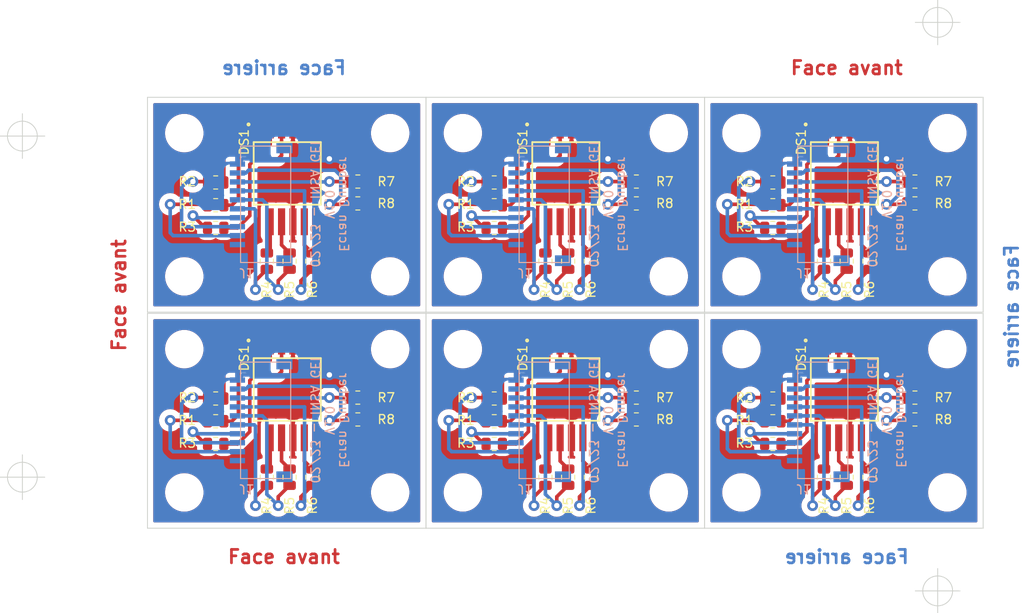
<source format=kicad_pcb>
(kicad_pcb (version 20211014) (generator pcbnew)
  (title_block (title "Ecran pour Dumber") (date "2023-02-17") (rev "V1.0") (company "INSA GEI"))
  (layers (0 "F.Cu" signal) (31 "B.Cu" signal) (34 "B.Paste" user) (35 "F.Paste" user) (36 "B.SilkS" user "B.Silkscreen") (37 "F.SilkS" user "F.Silkscreen") (38 "B.Mask" user) (39 "F.Mask" user) (44 "Edge.Cuts" user))
  (net 0 "")
  (net 1 "Net-(DS1-Pad1)")
  (net 2 "Net-(DS1-Pad2)")
  (net 3 "GND")
  (net 4 "Net-(DS1-Pad3)")
  (net 5 "Net-(DS1-Pad5)")
  (net 6 "Net-(DS1-Pad6)")
  (net 7 "Net-(DS1-Pad8)")
  (net 8 "Net-(DS1-Pad10)")
  (net 9 "Net-(DS1-Pad11)")
  (net 12 "Net-(J1-Pad2)")
  (net 13 "Net-(J1-Pad3)")
  (net 14 "Net-(J1-Pad4)")
  (net 15 "Net-(J1-Pad5)")
  (net 16 "Net-(J1-Pad6)")
  (net 17 "Net-(J1-Pad7)")
  (net 18 "Net-(J1-Pad8)")
  (net 19 "Net-(J1-Pad9)")
  (footprint "Resistor_SMD:R_0805_2012Metric" (layer "F.Cu") (at 114.3 107.95 90)
    (fp_text reference "R6")
    (fp_text value "1K")
  )
  (footprint "MountingHole:MountingHole_3mm" (layer "F.Cu") (at 100 109.65)
    (fp_text reference "H4" hide)
    (fp_text value "MountingHole" hide)
  )
  (footprint "MountingHole:MountingHole_3mm" (layer "F.Cu") (at 154.115 85.52)
    (fp_text reference "H3" hide)
    (fp_text value "MountingHole" hide)
  )
  (footprint "INSA:LED_HDSM-283F" (layer "F.Cu") (at 142.615 74.02)
    (fp_text reference "DS1")
    (fp_text value "HDSM-283F" hide)
  )
  (footprint "MountingHole:MountingHole_3mm" (layer "F.Cu") (at 123 85.52)
    (fp_text reference "H3" hide)
    (fp_text value "MountingHole" hide)
  )
  (footprint "Resistor_SMD:R_0805_2012Metric" (layer "F.Cu") (at 173.99 107.95 90)
    (fp_text reference "R5")
    (fp_text value "1K")
  )
  (footprint "Resistor_SMD:R_0805_2012Metric" (layer "F.Cu") (at 134.62 101.7)
    (fp_text reference "R1")
    (fp_text value "1K")
  )
  (footprint "Resistor_SMD:R_0805_2012Metric" (layer "F.Cu") (at 134.62 77.57)
    (fp_text reference "R1")
    (fp_text value "1K")
  )
  (footprint "INSA:LED_HDSM-283F" (layer "F.Cu") (at 173.73 98.15)
    (fp_text reference "DS1")
    (fp_text value "HDSM-283F" hide)
  )
  (footprint "MountingHole:MountingHole_3mm" (layer "F.Cu") (at 154.115 93.65)
    (fp_text reference "H2" hide)
    (fp_text value "MountingHole" hide)
  )
  (footprint "Resistor_SMD:R_0805_2012Metric" (layer "F.Cu") (at 150.495 99.06)
    (fp_text reference "R7")
    (fp_text value "1K")
  )
  (footprint "Resistor_SMD:R_0805_2012Metric" (layer "F.Cu") (at 150.495 74.93)
    (fp_text reference "R7")
    (fp_text value "1K")
  )
  (footprint "MountingHole:MountingHole_3mm" (layer "F.Cu") (at 185.23 85.52)
    (fp_text reference "H3" hide)
    (fp_text value "MountingHole" hide)
  )
  (footprint "Resistor_SMD:R_0805_2012Metric" (layer "F.Cu") (at 142.875 107.95 90)
    (fp_text reference "R5")
    (fp_text value "1K")
  )
  (footprint "Resistor_SMD:R_0805_2012Metric" (layer "F.Cu") (at 109.22 107.95 90)
    (fp_text reference "R4")
    (fp_text value "1K")
  )
  (footprint "Resistor_SMD:R_0805_2012Metric" (layer "F.Cu") (at 165.735 75.03)
    (fp_text reference "R2")
    (fp_text value "1K")
  )
  (footprint "Resistor_SMD:R_0805_2012Metric" (layer "F.Cu") (at 142.875 83.82 90)
    (fp_text reference "R5")
    (fp_text value "1K")
  )
  (footprint "Resistor_SMD:R_0805_2012Metric" (layer "F.Cu") (at 145.415 107.95 90)
    (fp_text reference "R6")
    (fp_text value "1K")
  )
  (footprint "MountingHole:MountingHole_3mm" (layer "F.Cu") (at 131.115 85.52)
    (fp_text reference "H4" hide)
    (fp_text value "MountingHole" hide)
  )
  (footprint "Resistor_SMD:R_0805_2012Metric" (layer "F.Cu") (at 134.62 75.03)
    (fp_text reference "R2")
    (fp_text value "1K")
  )
  (footprint "Resistor_SMD:R_0805_2012Metric" (layer "F.Cu") (at 109.22 83.82 90)
    (fp_text reference "R4")
    (fp_text value "1K")
  )
  (footprint "INSA:LED_HDSM-283F" (layer "F.Cu") (at 111.5 74.02)
    (fp_text reference "DS1")
    (fp_text value "HDSM-283F" hide)
  )
  (footprint "MountingHole:MountingHole_3mm" (layer "F.Cu") (at 185.23 93.65)
    (fp_text reference "H2" hide)
    (fp_text value "MountingHole" hide)
  )
  (footprint "Resistor_SMD:R_0805_2012Metric" (layer "F.Cu") (at 181.61 74.93)
    (fp_text reference "R7")
    (fp_text value "1K")
  )
  (footprint "Resistor_SMD:R_0805_2012Metric" (layer "F.Cu") (at 181.61 99.06)
    (fp_text reference "R7")
    (fp_text value "1K")
  )
  (footprint "MountingHole:MountingHole_3mm" (layer "F.Cu") (at 100 93.65)
    (fp_text reference "H1" hide)
    (fp_text value "MountingHole" hide)
  )
  (footprint "Resistor_SMD:R_0805_2012Metric" (layer "F.Cu") (at 165.735 104.24)
    (fp_text reference "R3")
    (fp_text value "1K")
  )
  (footprint "MountingHole:MountingHole_3mm" (layer "F.Cu") (at 185.23 109.65)
    (fp_text reference "H3" hide)
    (fp_text value "MountingHole" hide)
  )
  (footprint "Resistor_SMD:R_0805_2012Metric" (layer "F.Cu") (at 119.38 77.37)
    (fp_text reference "R8")
    (fp_text value "1K")
  )
  (footprint "MountingHole:MountingHole_3mm" (layer "F.Cu") (at 100 69.52)
    (fp_text reference "H1" hide)
    (fp_text value "MountingHole" hide)
  )
  (footprint "Resistor_SMD:R_0805_2012Metric" (layer "F.Cu") (at 150.495 77.37)
    (fp_text reference "R8")
    (fp_text value "1K")
  )
  (footprint "MountingHole:MountingHole_3mm" (layer "F.Cu") (at 123 109.65)
    (fp_text reference "H3" hide)
    (fp_text value "MountingHole" hide)
  )
  (footprint "Resistor_SMD:R_0805_2012Metric" (layer "F.Cu") (at 171.45 83.82 90)
    (fp_text reference "R4")
    (fp_text value "1K")
  )
  (footprint "Resistor_SMD:R_0805_2012Metric" (layer "F.Cu") (at 181.61 101.5)
    (fp_text reference "R8")
    (fp_text value "1K")
  )
  (footprint "MountingHole:MountingHole_3mm" (layer "F.Cu") (at 123 69.52)
    (fp_text reference "H2" hide)
    (fp_text value "MountingHole" hide)
  )
  (footprint "Resistor_SMD:R_0805_2012Metric" (layer "F.Cu") (at 145.415 83.82 90)
    (fp_text reference "R6")
    (fp_text value "1K")
  )
  (footprint "Resistor_SMD:R_0805_2012Metric" (layer "F.Cu") (at 111.76 83.82 90)
    (fp_text reference "R5")
    (fp_text value "1K")
  )
  (footprint "INSA:LED_HDSM-283F" (layer "F.Cu") (at 111.5 98.15)
    (fp_text reference "DS1")
    (fp_text value "HDSM-283F" hide)
  )
  (footprint "Resistor_SMD:R_0805_2012Metric" (layer "F.Cu") (at 103.505 104.24)
    (fp_text reference "R3")
    (fp_text value "1K")
  )
  (footprint "MountingHole:MountingHole_3mm" (layer "F.Cu") (at 154.115 109.65)
    (fp_text reference "H3" hide)
    (fp_text value "MountingHole" hide)
  )
  (footprint "Resistor_SMD:R_0805_2012Metric" (layer "F.Cu") (at 140.335 107.95 90)
    (fp_text reference "R4")
    (fp_text value "1K")
  )
  (footprint "Resistor_SMD:R_0805_2012Metric" (layer "F.Cu") (at 119.38 74.93)
    (fp_text reference "R7")
    (fp_text value "1K")
  )
  (footprint "Resistor_SMD:R_0805_2012Metric" (layer "F.Cu") (at 176.53 107.95 90)
    (fp_text reference "R6")
    (fp_text value "1K")
  )
  (footprint "MountingHole:MountingHole_3mm" (layer "F.Cu") (at 162.23 109.65)
    (fp_text reference "H4" hide)
    (fp_text value "MountingHole" hide)
  )
  (footprint "MountingHole:MountingHole_3mm" (layer "F.Cu") (at 131.115 93.65)
    (fp_text reference "H1" hide)
    (fp_text value "MountingHole" hide)
  )
  (footprint "Resistor_SMD:R_0805_2012Metric" (layer "F.Cu") (at 103.505 77.57)
    (fp_text reference "R1")
    (fp_text value "1K")
  )
  (footprint "MountingHole:MountingHole_3mm" (layer "F.Cu") (at 154.115 69.52)
    (fp_text reference "H2" hide)
    (fp_text value "MountingHole" hide)
  )
  (footprint "MountingHole:MountingHole_3mm" (layer "F.Cu") (at 100 85.52)
    (fp_text reference "H4" hide)
    (fp_text value "MountingHole" hide)
  )
  (footprint "MountingHole:MountingHole_3mm" (layer "F.Cu") (at 131.115 69.52)
    (fp_text reference "H1" hide)
    (fp_text value "MountingHole" hide)
  )
  (footprint "Resistor_SMD:R_0805_2012Metric" (layer "F.Cu") (at 181.61 77.37)
    (fp_text reference "R8")
    (fp_text value "1K")
  )
  (footprint "Resistor_SMD:R_0805_2012Metric" (layer "F.Cu") (at 165.735 80.11)
    (fp_text reference "R3")
    (fp_text value "1K")
  )
  (footprint "INSA:LED_HDSM-283F" (layer "F.Cu") (at 173.73 74.02)
    (fp_text reference "DS1")
    (fp_text value "HDSM-283F" hide)
  )
  (footprint "Resistor_SMD:R_0805_2012Metric" (layer "F.Cu") (at 176.53 83.82 90)
    (fp_text reference "R6")
    (fp_text value "1K")
  )
  (footprint "Resistor_SMD:R_0805_2012Metric" (layer "F.Cu") (at 134.62 80.11)
    (fp_text reference "R3")
    (fp_text value "1K")
  )
  (footprint "INSA:LED_HDSM-283F" (layer "F.Cu") (at 142.615 98.15)
    (fp_text reference "DS1")
    (fp_text value "HDSM-283F" hide)
  )
  (footprint "Resistor_SMD:R_0805_2012Metric" (layer "F.Cu") (at 111.76 107.95 90)
    (fp_text reference "R5")
    (fp_text value "1K")
  )
  (footprint "Resistor_SMD:R_0805_2012Metric" (layer "F.Cu") (at 134.62 104.24)
    (fp_text reference "R3")
    (fp_text value "1K")
  )
  (footprint "Resistor_SMD:R_0805_2012Metric" (layer "F.Cu") (at 119.38 101.5)
    (fp_text reference "R8")
    (fp_text value "1K")
  )
  (footprint "Resistor_SMD:R_0805_2012Metric" (layer "F.Cu") (at 119.38 99.06)
    (fp_text reference "R7")
    (fp_text value "1K")
  )
  (footprint "Resistor_SMD:R_0805_2012Metric" (layer "F.Cu") (at 173.99 83.82 90)
    (fp_text reference "R5")
    (fp_text value "1K")
  )
  (footprint "MountingHole:MountingHole_3mm" (layer "F.Cu") (at 131.115 109.65)
    (fp_text reference "H4" hide)
    (fp_text value "MountingHole" hide)
  )
  (footprint "Resistor_SMD:R_0805_2012Metric" (layer "F.Cu") (at 150.495 101.5)
    (fp_text reference "R8")
    (fp_text value "1K")
  )
  (footprint "Resistor_SMD:R_0805_2012Metric" (layer "F.Cu") (at 103.505 99.16)
    (fp_text reference "R2")
    (fp_text value "1K")
  )
  (footprint "Resistor_SMD:R_0805_2012Metric" (layer "F.Cu") (at 165.735 101.7)
    (fp_text reference "R1")
    (fp_text value "1K")
  )
  (footprint "Resistor_SMD:R_0805_2012Metric" (layer "F.Cu") (at 165.735 99.16)
    (fp_text reference "R2")
    (fp_text value "1K")
  )
  (footprint "MountingHole:MountingHole_3mm" (layer "F.Cu") (at 162.23 85.52)
    (fp_text reference "H4" hide)
    (fp_text value "MountingHole" hide)
  )
  (footprint "Resistor_SMD:R_0805_2012Metric" (layer "F.Cu") (at 103.505 75.03)
    (fp_text reference "R2")
    (fp_text value "1K")
  )
  (footprint "Resistor_SMD:R_0805_2012Metric" (layer "F.Cu") (at 165.735 77.57)
    (fp_text reference "R1")
    (fp_text value "1K")
  )
  (footprint "Resistor_SMD:R_0805_2012Metric" (layer "F.Cu") (at 140.335 83.82 90)
    (fp_text reference "R4")
    (fp_text value "1K")
  )
  (footprint "MountingHole:MountingHole_3mm" (layer "F.Cu") (at 185.23 69.52)
    (fp_text reference "H2" hide)
    (fp_text value "MountingHole" hide)
  )
  (footprint "Resistor_SMD:R_0805_2012Metric" (layer "F.Cu") (at 134.62 99.16)
    (fp_text reference "R2")
    (fp_text value "1K")
  )
  (footprint "Resistor_SMD:R_0805_2012Metric" (layer "F.Cu") (at 114.3 83.82 90)
    (fp_text reference "R6")
    (fp_text value "1K")
  )
  (footprint "Resistor_SMD:R_0805_2012Metric" (layer "F.Cu") (at 171.45 107.95 90)
    (fp_text reference "R4")
    (fp_text value "1K")
  )
  (footprint "MountingHole:MountingHole_3mm" (layer "F.Cu") (at 162.23 69.52)
    (fp_text reference "H1" hide)
    (fp_text value "MountingHole" hide)
  )
  (footprint "MountingHole:MountingHole_3mm" (layer "F.Cu") (at 162.23 93.65)
    (fp_text reference "H1" hide)
    (fp_text value "MountingHole" hide)
  )
  (footprint "Resistor_SMD:R_0805_2012Metric" (layer "F.Cu") (at 103.505 80.11)
    (fp_text reference "R3")
    (fp_text value "1K")
  )
  (footprint "MountingHole:MountingHole_3mm" (layer "F.Cu") (at 123 93.65)
    (fp_text reference "H2" hide)
    (fp_text value "MountingHole" hide)
  )
  (footprint "Resistor_SMD:R_0805_2012Metric" (layer "F.Cu") (at 103.505 101.7)
    (fp_text reference "R1")
    (fp_text value "1K")
  )
  (footprint "INSA:TE 1-84981-0" (layer "B.Cu") (at 137.4 77.47 -90)
    (fp_text reference "J1")
    (fp_text value "TE 1-84981-0" hide)
  )
  (footprint "INSA:TE 1-84981-0" (layer "B.Cu") (at 168.515 101.6 -90)
    (fp_text reference "J1")
    (fp_text value "TE 1-84981-0" hide)
  )
  (footprint "INSA:TE 1-84981-0" (layer "B.Cu") (at 168.515 77.47 -90)
    (fp_text reference "J1")
    (fp_text value "TE 1-84981-0" hide)
  )
  (footprint "INSA:TE 1-84981-0" (layer "B.Cu") (at 106.285 77.47 -90)
    (fp_text reference "J1")
    (fp_text value "TE 1-84981-0" hide)
  )
  (footprint "INSA:TE 1-84981-0" (layer "B.Cu") (at 106.285 101.6 -90)
    (fp_text reference "J1")
    (fp_text value "TE 1-84981-0" hide)
  )
  (footprint "INSA:TE 1-84981-0" (layer "B.Cu") (at 137.4 101.6 -90)
    (fp_text reference "J1")
    (fp_text value "TE 1-84981-0" hide)
  )
  (gr_line (start 158.115 113.65) (end 158.115 89.65) (layer "Edge.Cuts") (width 0.1))
  (gr_line (start 189.23 89.52) (end 158.115 89.52) (layer "Edge.Cuts") (width 0.1))
  (gr_line (start 189.23 113.65) (end 158.115 113.65) (layer "Edge.Cuts") (width 0.1))
  (gr_line (start 127 113.65) (end 127 89.65) (layer "Edge.Cuts") (width 0.1))
  (gr_line (start 189.23 89.65) (end 189.23 113.65) (layer "Edge.Cuts") (width 0.1))
  (gr_line (start 158.115 65.52) (end 158.115 89.52) (layer "Edge.Cuts") (width 0.1))
  (gr_line (start 158.115 89.52) (end 158.115 65.52) (layer "Edge.Cuts") (width 0.1))
  (gr_line (start 95.885 113.65) (end 95.885 89.65) (layer "Edge.Cuts") (width 0.1))
  (gr_line (start 158.115 89.65) (end 158.115 113.65) (layer "Edge.Cuts") (width 0.1))
  (gr_line (start 127 65.52) (end 158.115 65.52) (layer "Edge.Cuts") (width 0.1))
  (gr_line (start 189.23 65.52) (end 189.23 89.52) (layer "Edge.Cuts") (width 0.1))
  (gr_line (start 127 89.65) (end 158.115 89.65) (layer "Edge.Cuts") (width 0.1))
  (gr_line (start 127 89.65) (end 127 113.65) (layer "Edge.Cuts") (width 0.1))
  (gr_line (start 158.115 89.52) (end 127 89.52) (layer "Edge.Cuts") (width 0.1))
  (gr_line (start 127 89.52) (end 127 65.52) (layer "Edge.Cuts") (width 0.1))
  (gr_line (start 158.115 89.65) (end 189.23 89.65) (layer "Edge.Cuts") (width 0.1))
  (gr_line (start 95.885 65.52) (end 127 65.52) (layer "Edge.Cuts") (width 0.1))
  (gr_line (start 95.885 89.52) (end 95.885 65.52) (layer "Edge.Cuts") (width 0.1))
  (gr_line (start 158.115 65.52) (end 189.23 65.52) (layer "Edge.Cuts") (width 0.1))
  (gr_line (start 127 89.52) (end 95.885 89.52) (layer "Edge.Cuts") (width 0.1))
  (gr_line (start 127 113.65) (end 95.885 113.65) (layer "Edge.Cuts") (width 0.1))
  (gr_line (start 127 65.52) (end 127 89.52) (layer "Edge.Cuts") (width 0.1))
  (gr_line (start 95.885 89.65) (end 127 89.65) (layer "Edge.Cuts") (width 0.1))
  (gr_line (start 158.115 113.65) (end 127 113.65) (layer "Edge.Cuts") (width 0.1))
  (gr_text "Face avant" (at 111.125 116.84) (layer "F.Cu") (effects (font (size 1.5 1.5) (thickness 0.3))))
  (gr_text "Face avant" (at 92.71 87.63 90) (layer "F.Cu") (effects (font (size 1.5 1.5) (thickness 0.3))))
  (gr_text "Face avant" (at 173.99 62.23) (layer "F.Cu") (effects (font (size 1.5 1.5) (thickness 0.3))))
  (gr_text "Face arriere" (at 192.405 88.9 90) (layer "B.Cu") (effects (font (size 1.5 1.5) (thickness 0.3)) (justify mirror)))
  (gr_text "Face arriere" (at 111.125 62.23) (layer "B.Cu") (effects (font (size 1.5 1.5) (thickness 0.3)) (justify mirror)))
  (gr_text "Face arriere" (at 173.99 116.84) (layer "B.Cu") (effects (font (size 1.5 1.5) (thickness 0.3)) (justify mirror)))
  (gr_text "Ecran Dumber\nV1.0\n02/23 - INSA GEI" (at 147.32 101.6 270) (layer "B.SilkS") (effects (font (size 1 1)) (justify mirror)))
  (gr_text "Ecran Dumber\nV1.0\n02/23 - INSA GEI" (at 116.205 101.6 270) (layer "B.SilkS") (effects (font (size 1 1)) (justify mirror)))
  (gr_text "Ecran Dumber\nV1.0\n02/23 - INSA GEI" (at 116.205 77.47 270) (layer "B.SilkS") (effects (font (size 1 1)) (justify mirror)))
  (gr_text "Ecran Dumber\nV1.0\n02/23 - INSA GEI" (at 147.32 77.47 270) (layer "B.SilkS") (effects (font (size 1 1)) (justify mirror)))
  (gr_text "Ecran Dumber\nV1.0\n02/23 - INSA GEI" (at 178.435 77.47 270) (layer "B.SilkS") (effects (font (size 1 1)) (justify mirror)))
  (gr_text "Ecran Dumber\nV1.0\n02/23 - INSA GEI" (at 178.435 101.6 270) (layer "B.SilkS") (effects (font (size 1 1)) (justify mirror)))
  (target plus (at 81.915 107.95) (size 5) (width 0.1) (layer "Edge.Cuts"))
  (target plus (at 184.15 120.65) (size 5) (width 0.1) (layer "Edge.Cuts"))
  (target plus (at 184.15 57.15) (size 5) (width 0.1) (layer "Edge.Cuts"))
  (target plus (at 81.915 69.85) (size 5) (width 0.1) (layer "Edge.Cuts"))
  (segment (start 135.5325 99.16) (end 135.5325 94.3375) (width 0.4) (layer "F.Cu") (net 1))
  (segment (start 135.5325 94.3375) (end 137.12 92.75) (width 0.4) (layer "F.Cu") (net 1))
  (segment (start 166.6475 75.03) (end 166.6475 70.2075) (width 0.4) (layer "F.Cu") (net 1))
  (segment (start 104.4175 94.3375) (end 106.005 92.75) (width 0.4) (layer "F.Cu") (net 1))
  (segment (start 166.6475 94.3375) (end 168.235 92.75) (width 0.4) (layer "F.Cu") (net 1))
  (segment (start 137.12 92.75) (end 139.44 92.75) (width 0.4) (layer "F.Cu") (net 1))
  (segment (start 135.5325 70.2075) (end 137.12 68.62) (width 0.4) (layer "F.Cu") (net 1))
  (segment (start 166.6475 70.2075) (end 168.235 68.62) (width 0.4) (layer "F.Cu") (net 1))
  (segment (start 137.12 68.62) (end 139.44 68.62) (width 0.4) (layer "F.Cu") (net 1))
  (segment (start 106.005 92.75) (end 108.325 92.75) (width 0.4) (layer "F.Cu") (net 1))
  (segment (start 135.5325 75.03) (end 135.5325 70.2075) (width 0.4) (layer "F.Cu") (net 1))
  (segment (start 104.4175 99.16) (end 104.4175 94.3375) (width 0.4) (layer "F.Cu") (net 1))
  (segment (start 104.4175 70.2075) (end 106.005 68.62) (width 0.4) (layer "F.Cu") (net 1))
  (segment (start 168.235 92.75) (end 170.555 92.75) (width 0.4) (layer "F.Cu") (net 1))
  (segment (start 168.235 68.62) (end 170.555 68.62) (width 0.4) (layer "F.Cu") (net 1))
  (segment (start 166.6475 99.16) (end 166.6475 94.3375) (width 0.4) (layer "F.Cu") (net 1))
  (segment (start 104.4175 75.03) (end 104.4175 70.2075) (width 0.4) (layer "F.Cu") (net 1))
  (segment (start 106.005 68.62) (end 108.325 68.62) (width 0.4) (layer "F.Cu") (net 1))
  (segment (start 167.54 101.7) (end 168.275 100.965) (width 0.4) (layer "F.Cu") (net 2))
  (segment (start 137.795 71.12) (end 140.335 71.12) (width 0.4) (layer "F.Cu") (net 2))
  (segment (start 140.335 71.12) (end 140.71 70.745) (width 0.4) (layer "F.Cu") (net 2))
  (segment (start 106.68 95.25) (end 109.22 95.25) (width 0.4) (layer "F.Cu") (net 2))
  (segment (start 166.6475 101.7) (end 167.54 101.7) (width 0.4) (layer "F.Cu") (net 2))
  (segment (start 168.275 76.835) (end 168.275 71.755) (width 0.4) (layer "F.Cu") (net 2))
  (segment (start 109.595 70.745) (end 109.595 68.62) (width 0.4) (layer "F.Cu") (net 2))
  (segment (start 137.16 76.835) (end 137.16 71.755) (width 0.4) (layer "F.Cu") (net 2))
  (segment (start 137.16 95.885) (end 137.795 95.25) (width 0.4) (layer "F.Cu") (net 2))
  (segment (start 109.22 71.12) (end 109.595 70.745) (width 0.4) (layer "F.Cu") (net 2))
  (segment (start 171.825 70.745) (end 171.825 68.62) (width 0.4) (layer "F.Cu") (net 2))
  (segment (start 105.31 101.7) (end 106.045 100.965) (width 0.4) (layer "F.Cu") (net 2))
  (segment (start 168.91 95.25) (end 171.45 95.25) (width 0.4) (layer "F.Cu") (net 2))
  (segment (start 135.5325 101.7) (end 136.425 101.7) (width 0.4) (layer "F.Cu") (net 2))
  (segment (start 171.825 94.875) (end 171.825 92.75) (width 0.4) (layer "F.Cu") (net 2))
  (segment (start 140.71 70.745) (end 140.71 68.62) (width 0.4) (layer "F.Cu") (net 2))
  (segment (start 168.275 100.965) (end 168.275 95.885) (width 0.4) (layer "F.Cu") (net 2))
  (segment (start 104.4175 101.7) (end 105.31 101.7) (width 0.4) (layer "F.Cu") (net 2))
  (segment (start 137.16 71.755) (end 137.795 71.12) (width 0.4) (layer "F.Cu") (net 2))
  (segment (start 140.335 95.25) (end 140.71 94.875) (width 0.4) (layer "F.Cu") (net 2))
  (segment (start 168.275 71.755) (end 168.91 71.12) (width 0.4) (layer "F.Cu") (net 2))
  (segment (start 136.425 101.7) (end 137.16 100.965) (width 0.4) (layer "F.Cu") (net 2))
  (segment (start 168.91 71.12) (end 171.45 71.12) (width 0.4) (layer "F.Cu") (net 2))
  (segment (start 109.22 95.25) (end 109.595 94.875) (width 0.4) (layer "F.Cu") (net 2))
  (segment (start 166.6475 77.57) (end 167.54 77.57) (width 0.4) (layer "F.Cu") (net 2))
  (segment (start 168.275 95.885) (end 168.91 95.25) (width 0.4) (layer "F.Cu") (net 2))
  (segment (start 137.795 95.25) (end 140.335 95.25) (width 0.4) (layer "F.Cu") (net 2))
  (segment (start 109.595 94.875) (end 109.595 92.75) (width 0.4) (layer "F.Cu") (net 2))
  (segment (start 136.425 77.57) (end 137.16 76.835) (width 0.4) (layer "F.Cu") (net 2))
  (segment (start 140.71 94.875) (end 140.71 92.75) (width 0.4) (layer "F.Cu") (net 2))
  (segment (start 106.045 71.755) (end 106.68 71.12) (width 0.4) (layer "F.Cu") (net 2))
  (segment (start 167.54 77.57) (end 168.275 76.835) (width 0.4) (layer "F.Cu") (net 2))
  (segment (start 137.16 100.965) (end 137.16 95.885) (width 0.4) (layer "F.Cu") (net 2))
  (segment (start 171.45 95.25) (end 171.825 94.875) (width 0.4) (layer "F.Cu") (net 2))
  (segment (start 105.31 77.57) (end 106.045 76.835) (width 0.4) (layer "F.Cu") (net 2))
  (segment (start 104.4175 77.57) (end 105.31 77.57) (width 0.4) (layer "F.Cu") (net 2))
  (segment (start 135.5325 77.57) (end 136.425 77.57) (width 0.4) (layer "F.Cu") (net 2))
  (segment (start 171.45 71.12) (end 171.825 70.745) (width 0.4) (layer "F.Cu") (net 2))
  (segment (start 106.045 100.965) (end 106.045 95.885) (width 0.4) (layer "F.Cu") (net 2))
  (segment (start 106.045 95.885) (end 106.68 95.25) (width 0.4) (layer "F.Cu") (net 2))
  (segment (start 106.68 71.12) (end 109.22 71.12) (width 0.4) (layer "F.Cu") (net 2))
  (segment (start 106.045 76.835) (end 106.045 71.755) (width 0.4) (layer "F.Cu") (net 2))
  (segment (start 174.365 92.75) (end 174.365 96.78) (width 0.4) (layer "F.Cu") (net 3))
  (segment (start 143.51 72.39) (end 143.25 72.65) (width 0.4) (layer "F.Cu") (net 3))
  (segment (start 143.25 96.78) (end 143.25 103.55) (width 0.4) (layer "F.Cu") (net 3))
  (segment (start 143.51 96.52) (end 143.25 96.78) (width 0.4) (layer "F.Cu") (net 3))
  (segment (start 178.435 72.39) (end 174.625 72.39) (width 0.4) (layer "F.Cu") (net 3))
  (segment (start 116.205 72.39) (end 112.395 72.39) (width 0.4) (layer "F.Cu") (net 3))
  (segment (start 143.25 72.65) (end 143.25 79.42) (width 0.4) (layer "F.Cu") (net 3))
  (segment (start 174.625 96.52) (end 174.365 96.78) (width 0.4) (layer "F.Cu") (net 3))
  (segment (start 112.135 96.78) (end 112.135 103.55) (width 0.4) (layer "F.Cu") (net 3))
  (segment (start 112.395 72.39) (end 112.135 72.65) (width 0.4) (layer "F.Cu") (net 3))
  (segment (start 147.32 96.52) (end 143.51 96.52) (width 0.4) (layer "F.Cu") (net 3))
  (segment (start 112.135 92.75) (end 112.135 96.78) (width 0.4) (layer "F.Cu") (net 3))
  (segment (start 116.205 96.52) (end 112.395 96.52) (width 0.4) (layer "F.Cu") (net 3))
  (segment (start 143.25 68.62) (end 143.25 72.65) (width 0.4) (layer "F.Cu") (net 3))
  (segment (start 147.32 72.39) (end 143.51 72.39) (width 0.4) (layer "F.Cu") (net 3))
  (segment (start 174.365 68.62) (end 174.365 72.65) (width 0.4) (layer "F.Cu") (net 3))
  (segment (start 174.365 72.65) (end 174.365 79.42) (width 0.4) (layer "F.Cu") (net 3))
  (segment (start 143.25 92.75) (end 143.25 96.78) (width 0.4) (layer "F.Cu") (net 3))
  (segment (start 174.365 96.78) (end 174.365 103.55) (width 0.4) (layer "F.Cu") (net 3))
  (segment (start 112.135 72.65) (end 112.135 79.42) (width 0.4) (layer "F.Cu") (net 3))
  (segment (start 112.135 68.62) (end 112.135 72.65) (width 0.4) (layer "F.Cu") (net 3))
  (segment (start 112.395 96.52) (end 112.135 96.78) (width 0.4) (layer "F.Cu") (net 3))
  (segment (start 174.625 72.39) (end 174.365 72.65) (width 0.4) (layer "F.Cu") (net 3))
  (segment (start 178.435 96.52) (end 174.625 96.52) (width 0.4) (layer "F.Cu") (net 3))
  (via (at 178.435 72.39) (size 1.2) (drill 0.6) (layers "F.Cu" "B.Cu") (net 3))
  (via (at 116.205 72.39) (size 1.2) (drill 0.6) (layers "F.Cu" "B.Cu") (net 3))
  (via (at 116.205 96.52) (size 1.2) (drill 0.6) (layers "F.Cu" "B.Cu") (net 3))
  (via (at 147.32 96.52) (size 1.2) (drill 0.6) (layers "F.Cu" "B.Cu") (net 3))
  (via (at 178.435 96.52) (size 1.2) (drill 0.6) (layers "F.Cu" "B.Cu") (net 3))
  (via (at 147.32 72.39) (size 1.2) (drill 0.6) (layers "F.Cu" "B.Cu") (net 3))
  (segment (start 105.935 72.97) (end 106.515 72.39) (width 0.4) (layer "B.Cu") (net 3))
  (segment (start 137.05 72.97) (end 137.63 72.39) (width 0.4) (layer "B.Cu") (net 3))
  (segment (start 105.935 97.1) (end 106.515 96.52) (width 0.4) (layer "B.Cu") (net 3))
  (segment (start 106.515 72.39) (end 116.205 72.39) (width 0.4) (layer "B.Cu") (net 3))
  (segment (start 137.63 72.39) (end 147.32 72.39) (width 0.4) (layer "B.Cu") (net 3))
  (segment (start 137.63 96.52) (end 147.32 96.52) (width 0.4) (layer "B.Cu") (net 3))
  (segment (start 168.165 72.97) (end 168.745 72.39) (width 0.4) (layer "B.Cu") (net 3))
  (segment (start 137.05 97.1) (end 137.63 96.52) (width 0.4) (layer "B.Cu") (net 3))
  (segment (start 106.515 96.52) (end 116.205 96.52) (width 0.4) (layer "B.Cu") (net 3))
  (segment (start 168.165 97.1) (end 168.745 96.52) (width 0.4) (layer "B.Cu") (net 3))
  (segment (start 168.745 72.39) (end 178.435 72.39) (width 0.4) (layer "B.Cu") (net 3))
  (segment (start 168.745 96.52) (end 178.435 96.52) (width 0.4) (layer "B.Cu") (net 3))
  (segment (start 168.175 80.11) (end 169.545 78.74) (width 0.4) (layer "F.Cu") (net 4))
  (segment (start 107.315 78.74) (end 107.315 73.025) (width 0.4) (layer "F.Cu") (net 4))
  (segment (start 104.4175 80.11) (end 105.945 80.11) (width 0.4) (layer "F.Cu") (net 4))
  (segment (start 138.43 97.155) (end 139.065 96.52) (width 0.4) (layer "F.Cu") (net 4))
  (segment (start 105.945 104.24) (end 107.315 102.87) (width 0.4) (layer "F.Cu") (net 4))
  (segment (start 110.49 72.39) (end 110.865 72.015) (width 0.4) (layer "F.Cu") (net 4))
  (segment (start 139.065 72.39) (end 141.605 72.39) (width 0.4) (layer "F.Cu") (net 4))
  (segment (start 173.095 96.145) (end 173.095 92.75) (width 0.4) (layer "F.Cu") (net 4))
  (segment (start 138.43 73.025) (end 139.065 72.39) (width 0.4) (layer "F.Cu") (net 4))
  (segment (start 135.5325 80.11) (end 137.06 80.11) (width 0.4) (layer "F.Cu") (net 4))
  (segment (start 172.72 96.52) (end 173.095 96.145) (width 0.4) (layer "F.Cu") (net 4))
  (segment (start 169.545 97.155) (end 170.18 96.52) (width 0.4) (layer "F.Cu") (net 4))
  (segment (start 107.315 73.025) (end 107.95 72.39) (width 0.4) (layer "F.Cu") (net 4))
  (segment (start 107.315 102.87) (end 107.315 97.155) (width 0.4) (layer "F.Cu") (net 4))
  (segment (start 138.43 78.74) (end 138.43 73.025) (width 0.4) (layer "F.Cu") (net 4))
  (segment (start 137.06 80.11) (end 138.43 78.74) (width 0.4) (layer "F.Cu") (net 4))
  (segment (start 137.06 104.24) (end 138.43 102.87) (width 0.4) (layer "F.Cu") (net 4))
  (segment (start 170.18 96.52) (end 172.72 96.52) (width 0.4) (layer "F.Cu") (net 4))
  (segment (start 170.18 72.39) (end 172.72 72.39) (width 0.4) (layer "F.Cu") (net 4))
  (segment (start 139.065 96.52) (end 141.605 96.52) (width 0.4) (layer "F.Cu") (net 4))
  (segment (start 169.545 73.025) (end 170.18 72.39) (width 0.4) (layer "F.Cu") (net 4))
  (segment (start 107.95 72.39) (end 110.49 72.39) (width 0.4) (layer "F.Cu") (net 4))
  (segment (start 141.98 96.145) (end 141.98 92.75) (width 0.4) (layer "F.Cu") (net 4))
  (segment (start 168.175 104.24) (end 169.545 102.87) (width 0.4) (layer "F.Cu") (net 4))
  (segment (start 105.945 80.11) (end 107.315 78.74) (width 0.4) (layer "F.Cu") (net 4))
  (segment (start 110.49 96.52) (end 110.865 96.145) (width 0.4) (layer "F.Cu") (net 4))
  (segment (start 104.4175 104.24) (end 105.945 104.24) (width 0.4) (layer "F.Cu") (net 4))
  (segment (start 141.98 72.015) (end 141.98 68.62) (width 0.4) (layer "F.Cu") (net 4))
  (segment (start 135.5325 104.24) (end 137.06 104.24) (width 0.4) (layer "F.Cu") (net 4))
  (segment (start 173.095 72.015) (end 173.095 68.62) (width 0.4) (layer "F.Cu") (net 4))
  (segment (start 141.605 96.52) (end 141.98 96.145) (width 0.4) (layer "F.Cu") (net 4))
  (segment (start 138.43 102.87) (end 138.43 97.155) (width 0.4) (layer "F.Cu") (net 4))
  (segment (start 166.6475 80.11) (end 168.175 80.11) (width 0.4) (layer "F.Cu") (net 4))
  (segment (start 166.6475 104.24) (end 168.175 104.24) (width 0.4) (layer "F.Cu") (net 4))
  (segment (start 107.95 96.52) (end 110.49 96.52) (width 0.4) (layer "F.Cu") (net 4))
  (segment (start 110.865 96.145) (end 110.865 92.75) (width 0.4) (layer "F.Cu") (net 4))
  (segment (start 169.545 102.87) (end 169.545 97.155) (width 0.4) (layer "F.Cu") (net 4))
  (segment (start 107.315 97.155) (end 107.95 96.52) (width 0.4) (layer "F.Cu") (net 4))
  (segment (start 110.865 72.015) (end 110.865 68.62) (width 0.4) (layer "F.Cu") (net 4))
  (segment (start 141.605 72.39) (end 141.98 72.015) (width 0.4) (layer "F.Cu") (net 4))
  (segment (start 172.72 72.39) (end 173.095 72.015) (width 0.4) (layer "F.Cu") (net 4))
  (segment (start 169.545 78.74) (end 169.545 73.025) (width 0.4) (layer "F.Cu") (net 4))
  (segment (start 150.495 73.66) (end 147.955 71.12) (width 0.4) (layer "F.Cu") (net 5))
  (segment (start 175.895 71.12) (end 175.895 68.88) (width 0.4) (layer "F.Cu") (net 5))
  (segment (start 144.78 68.88) (end 144.52 68.62) (width 0.4) (layer "F.Cu") (net 5))
  (segment (start 151.4075 101.453261) (end 150.495 100.540761) (width 0.4) (layer "F.Cu") (net 5))
  (segment (start 120.2925 101.453261) (end 119.38 100.540761) (width 0.4) (layer "F.Cu") (net 5))
  (segment (start 181.61 73.66) (end 179.07 71.12) (width 0.4) (layer "F.Cu") (net 5))
  (segment (start 182.5225 77.37) (end 182.5225 77.323261) (width 0.4) (layer "F.Cu") (net 5))
  (segment (start 175.895 93.01) (end 175.635 92.75) (width 0.4) (layer "F.Cu") (net 5))
  (segment (start 151.4075 77.323261) (end 150.495 76.410761) (width 0.4) (layer "F.Cu") (net 5))
  (segment (start 182.5225 101.5) (end 182.5225 101.453261) (width 0.4) (layer "F.Cu") (net 5))
  (segment (start 119.38 73.66) (end 116.84 71.12) (width 0.4) (layer "F.Cu") (net 5))
  (segment (start 116.84 95.25) (end 113.665 95.25) (width 0.4) (layer "F.Cu") (net 5))
  (segment (start 181.61 100.540761) (end 181.61 97.79) (width 0.4) (layer "F.Cu") (net 5))
  (segment (start 179.07 71.12) (end 175.895 71.12) (width 0.4) (layer "F.Cu") (net 5))
  (segment (start 150.495 76.410761) (end 150.495 73.66) (width 0.4) (layer "F.Cu") (net 5))
  (segment (start 179.07 95.25) (end 175.895 95.25) (width 0.4) (layer "F.Cu") (net 5))
  (segment (start 113.665 93.01) (end 113.405 92.75) (width 0.4) (layer "F.Cu") (net 5))
  (segment (start 120.2925 77.37) (end 120.2925 77.323261) (width 0.4) (layer "F.Cu") (net 5))
  (segment (start 119.38 100.540761) (end 119.38 97.79) (width 0.4) (layer "F.Cu") (net 5))
  (segment (start 144.78 71.12) (end 144.78 68.88) (width 0.4) (layer "F.Cu") (net 5))
  (segment (start 175.895 68.88) (end 175.635 68.62) (width 0.4) (layer "F.Cu") (net 5))
  (segment (start 151.4075 101.5) (end 151.4075 101.453261) (width 0.4) (layer "F.Cu") (net 5))
  (segment (start 150.495 100.540761) (end 150.495 97.79) (width 0.4) (layer "F.Cu") (net 5))
  (segment (start 144.78 93.01) (end 144.52 92.75) (width 0.4) (layer "F.Cu") (net 5))
  (segment (start 120.2925 77.323261) (end 119.38 76.410761) (width 0.4) (layer "F.Cu") (net 5))
  (segment (start 150.495 97.79) (end 147.955 95.25) (width 0.4) (layer "F.Cu") (net 5))
  (segment (start 151.4075 77.37) (end 151.4075 77.323261) (width 0.4) (layer "F.Cu") (net 5))
  (segment (start 147.955 71.12) (end 144.78 71.12) (width 0.4) (layer "F.Cu") (net 5))
  (segment (start 119.38 97.79) (end 116.84 95.25) (width 0.4) (layer "F.Cu") (net 5))
  (segment (start 182.5225 77.323261) (end 181.61 76.410761) (width 0.4) (layer "F.Cu") (net 5))
  (segment (start 113.665 68.88) (end 113.405 68.62) (width 0.4) (layer "F.Cu") (net 5))
  (segment (start 147.955 95.25) (end 144.78 95.25) (width 0.4) (layer "F.Cu") (net 5))
  (segment (start 144.78 95.25) (end 144.78 93.01) (width 0.4) (layer "F.Cu") (net 5))
  (segment (start 181.61 97.79) (end 179.07 95.25) (width 0.4) (layer "F.Cu") (net 5))
  (segment (start 181.61 76.410761) (end 181.61 73.66) (width 0.4) (layer "F.Cu") (net 5))
  (segment (start 119.38 76.410761) (end 119.38 73.66) (width 0.4) (layer "F.Cu") (net 5))
  (segment (start 113.665 71.12) (end 113.665 68.88) (width 0.4) (layer "F.Cu") (net 5))
  (segment (start 182.5225 101.453261) (end 181.61 100.540761) (width 0.4) (layer "F.Cu") (net 5))
  (segment (start 116.84 71.12) (end 113.665 71.12) (width 0.4) (layer "F.Cu") (net 5))
  (segment (start 120.2925 101.5) (end 120.2925 101.453261) (width 0.4) (layer "F.Cu") (net 5))
  (segment (start 175.895 95.25) (end 175.895 93.01) (width 0.4) (layer "F.Cu") (net 5))
  (segment (start 113.665 95.25) (end 113.665 93.01) (width 0.4) (layer "F.Cu") (net 5))
  (segment (start 118.15 68.62) (end 114.675 68.62) (width 0.4) (layer "F.Cu") (net 6))
  (segment (start 149.265 68.62) (end 145.79 68.62) (width 0.4) (layer "F.Cu") (net 6))
  (segment (start 182.5225 73.3025) (end 180.975 71.755) (width 0.4) (layer "F.Cu") (net 6))
  (segment (start 118.745 69.215) (end 118.15 68.62) (width 0.4) (layer "F.Cu") (net 6))
  (segment (start 180.38 68.62) (end 176.905 68.62) (width 0.4) (layer "F.Cu") (net 6))
  (segment (start 180.975 93.345) (end 180.38 92.75) (width 0.4) (layer "F.Cu") (net 6))
  (segment (start 149.86 93.345) (end 149.265 92.75) (width 0.4) (layer "F.Cu") (net 6))
  (segment (start 151.4075 99.06) (end 151.4075 97.4325) (width 0.4) (layer "F.Cu") (net 6))
  (segment (start 118.15 92.75) (end 114.675 92.75) (width 0.4) (layer "F.Cu") (net 6))
  (segment (start 118.745 71.755) (end 118.745 69.215) (width 0.4) (layer "F.Cu") (net 6))
  (segment (start 120.2925 97.4325) (end 118.745 95.885) (width 0.4) (layer "F.Cu") (net 6))
  (segment (start 118.745 93.345) (end 118.15 92.75) (width 0.4) (layer "F.Cu") (net 6))
  (segment (start 151.4075 74.93) (end 151.4075 73.3025) (width 0.4) (layer "F.Cu") (net 6))
  (segment (start 149.265 92.75) (end 145.79 92.75) (width 0.4) (layer "F.Cu") (net 6))
  (segment (start 120.2925 99.06) (end 120.2925 97.4325) (width 0.4) (layer "F.Cu") (net 6))
  (segment (start 180.38 92.75) (end 176.905 92.75) (width 0.4) (layer "F.Cu") (net 6))
  (segment (start 151.4075 73.3025) (end 149.86 71.755) (width 0.4) (layer "F.Cu") (net 6))
  (segment (start 180.975 69.215) (end 180.38 68.62) (width 0.4) (layer "F.Cu") (net 6))
  (segment (start 120.2925 73.3025) (end 118.745 71.755) (width 0.4) (layer "F.Cu") (net 6))
  (segment (start 182.5225 74.93) (end 182.5225 73.3025) (width 0.4) (layer "F.Cu") (net 6))
  (segment (start 149.86 71.755) (end 149.86 69.215) (width 0.4) (layer "F.Cu") (net 6))
  (segment (start 180.975 95.885) (end 180.975 93.345) (width 0.4) (layer "F.Cu") (net 6))
  (segment (start 120.2925 74.93) (end 120.2925 73.3025) (width 0.4) (layer "F.Cu") (net 6))
  (segment (start 182.5225 99.06) (end 182.5225 97.4325) (width 0.4) (layer "F.Cu") (net 6))
  (segment (start 149.86 69.215) (end 149.265 68.62) (width 0.4) (layer "F.Cu") (net 6))
  (segment (start 149.86 95.885) (end 149.86 93.345) (width 0.4) (layer "F.Cu") (net 6))
  (segment (start 182.5225 97.4325) (end 180.975 95.885) (width 0.4) (layer "F.Cu") (net 6))
  (segment (start 151.4075 97.4325) (end 149.86 95.885) (width 0.4) (layer "F.Cu") (net 6))
  (segment (start 118.745 95.885) (end 118.745 93.345) (width 0.4) (layer "F.Cu") (net 6))
  (segment (start 180.975 71.755) (end 180.975 69.215) (width 0.4) (layer "F.Cu") (net 6))
  (segment (start 144.52 82.0125) (end 145.415 82.9075) (width 0.4) (layer "F.Cu") (net 7))
  (segment (start 175.635 103.55) (end 175.635 106.1425) (width 0.4) (layer "F.Cu") (net 7))
  (segment (start 113.405 82.0125) (end 114.3 82.9075) (width 0.4) (layer "F.Cu") (net 7))
  (segment (start 175.635 82.0125) (end 176.53 82.9075) (width 0.4) (layer "F.Cu") (net 7))
  (segment (start 113.405 106.1425) (end 114.3 107.0375) (width 0.4) (layer "F.Cu") (net 7))
  (segment (start 144.52 106.1425) (end 145.415 107.0375) (width 0.4) (layer "F.Cu") (net 7))
  (segment (start 144.52 103.55) (end 144.52 106.1425) (width 0.4) (layer "F.Cu") (net 7))
  (segment (start 175.635 106.1425) (end 176.53 107.0375) (width 0.4) (layer "F.Cu") (net 7))
  (segment (start 175.635 79.42) (end 175.635 82.0125) (width 0.4) (layer "F.Cu") (net 7))
  (segment (start 144.52 79.42) (end 144.52 82.0125) (width 0.4) (layer "F.Cu") (net 7))
  (segment (start 113.405 79.42) (end 113.405 82.0125) (width 0.4) (layer "F.Cu") (net 7))
  (segment (start 113.405 103.55) (end 113.405 106.1425) (width 0.4) (layer "F.Cu") (net 7))
  (segment (start 173.095 82.0125) (end 173.99 82.9075) (width 0.4) (layer "F.Cu") (net 8))
  (segment (start 141.98 106.1425) (end 142.875 107.0375) (width 0.4) (layer "F.Cu") (net 8))
  (segment (start 110.865 106.1425) (end 111.76 107.0375) (width 0.4) (layer "F.Cu") (net 8))
  (segment (start 173.095 106.1425) (end 173.99 107.0375) (width 0.4) (layer "F.Cu") (net 8))
  (segment (start 141.98 103.55) (end 141.98 106.1425) (width 0.4) (layer "F.Cu") (net 8))
  (segment (start 141.98 79.42) (end 141.98 82.0125) (width 0.4) (layer "F.Cu") (net 8))
  (segment (start 173.095 79.42) (end 173.095 82.0125) (width 0.4) (layer "F.Cu") (net 8))
  (segment (start 173.095 103.55) (end 173.095 106.1425) (width 0.4) (layer "F.Cu") (net 8))
  (segment (start 110.865 82.0125) (end 111.76 82.9075) (width 0.4) (layer "F.Cu") (net 8))
  (segment (start 110.865 103.55) (end 110.865 106.1425) (width 0.4) (layer "F.Cu") (net 8))
  (segment (start 110.865 79.42) (end 110.865 82.0125) (width 0.4) (layer "F.Cu") (net 8))
  (segment (start 141.98 82.0125) (end 142.875 82.9075) (width 0.4) (layer "F.Cu") (net 8))
  (segment (start 109.595 79.42) (end 109.595 82.5325) (width 0.4) (layer "F.Cu") (net 9))
  (segment (start 140.71 82.5325) (end 140.335 82.9075) (width 0.4) (layer "F.Cu") (net 9))
  (segment (start 171.825 82.5325) (end 171.45 82.9075) (width 0.4) (layer "F.Cu") (net 9))
  (segment (start 140.71 106.6625) (end 140.335 107.0375) (width 0.4) (layer "F.Cu") (net 9))
  (segment (start 109.595 103.55) (end 109.595 106.6625) (width 0.4) (layer "F.Cu") (net 9))
  (segment (start 140.71 103.55) (end 140.71 106.6625) (width 0.4) (layer "F.Cu") (net 9))
  (segment (start 140.71 79.42) (end 140.71 82.5325) (width 0.4) (layer "F.Cu") (net 9))
  (segment (start 171.825 106.6625) (end 171.45 107.0375) (width 0.4) (layer "F.Cu") (net 9))
  (segment (start 171.825 103.55) (end 171.825 106.6625) (width 0.4) (layer "F.Cu") (net 9))
  (segment (start 109.595 82.5325) (end 109.22 82.9075) (width 0.4) (layer "F.Cu") (net 9))
  (segment (start 109.595 106.6625) (end 109.22 107.0375) (width 0.4) (layer "F.Cu") (net 9))
  (segment (start 171.825 79.42) (end 171.825 82.5325) (width 0.4) (layer "F.Cu") (net 9))
  (segment (start 180.5975 101.6) (end 180.6975 101.5) (width 0.4) (layer "F.Cu") (net 12))
  (segment (start 149.4825 101.6) (end 149.5825 101.5) (width 0.4) (layer "F.Cu") (net 12))
  (segment (start 178.435 77.47) (end 180.5975 77.47) (width 0.4) (layer "F.Cu") (net 12))
  (segment (start 147.32 101.6) (end 149.4825 101.6) (width 0.4) (layer "F.Cu") (net 12))
  (segment (start 147.32 77.47) (end 149.4825 77.47) (width 0.4) (layer "F.Cu") (net 12))
  (segment (start 118.3675 77.47) (end 118.4675 77.37) (width 0.4) (layer "F.Cu") (net 12))
  (segment (start 149.4825 77.47) (end 149.5825 77.37) (width 0.4) (layer "F.Cu") (net 12))
  (segment (start 178.435 101.6) (end 180.5975 101.6) (width 0.4) (layer "F.Cu") (net 12))
  (segment (start 180.5975 77.47) (end 180.6975 77.37) (width 0.4) (layer "F.Cu") (net 12))
  (segment (start 118.3675 101.6) (end 118.4675 101.5) (width 0.4) (layer "F.Cu") (net 12))
  (segment (start 116.205 77.47) (end 118.3675 77.47) (width 0.4) (layer "F.Cu") (net 12))
  (segment (start 116.205 101.6) (end 118.3675 101.6) (width 0.4) (layer "F.Cu") (net 12))
  (via (at 116.205 77.47) (size 1.2) (drill 0.6) (layers "F.Cu" "B.Cu") (net 12))
  (via (at 178.435 77.47) (size 1.2) (drill 0.6) (layers "F.Cu" "B.Cu") (net 12))
  (via (at 147.32 77.47) (size 1.2) (drill 0.6) (layers "F.Cu" "B.Cu") (net 12))
  (via (at 116.205 101.6) (size 1.2) (drill 0.6) (layers "F.Cu" "B.Cu") (net 12))
  (via (at 147.32 101.6) (size 1.2) (drill 0.6) (layers "F.Cu" "B.Cu") (net 12))
  (via (at 178.435 101.6) (size 1.2) (drill 0.6) (layers "F.Cu" "B.Cu") (net 12))
  (segment (start 148.59 74.295) (end 148.59 76.5175) (width 0.4) (layer "B.Cu") (net 12))
  (segment (start 169.415 73.66) (end 179.07 73.66) (width 0.4) (layer "B.Cu") (net 12))
  (segment (start 105.935 73.97) (end 106.875 73.97) (width 0.4) (layer "B.Cu") (net 12))
  (segment (start 168.165 98.1) (end 169.105 98.1) (width 0.4) (layer "B.Cu") (net 12))
  (segment (start 148.59 98.425) (end 148.59 100.6475) (width 0.4) (layer "B.Cu") (net 12))
  (segment (start 179.705 100.6475) (end 178.7525 101.6) (width 0.4) (layer "B.Cu") (net 12))
  (segment (start 116.84 73.66) (end 117.475 74.295) (width 0.4) (layer "B.Cu") (net 12))
  (segment (start 169.415 97.79) (end 179.07 97.79) (width 0.4) (layer "B.Cu") (net 12))
  (segment (start 148.59 100.6475) (end 147.6375 101.6) (width 0.4) (layer "B.Cu") (net 12))
  (segment (start 107.185 73.66) (end 116.84 73.66) (width 0.4) (layer "B.Cu") (net 12))
  (segment (start 137.05 73.97) (end 137.99 73.97) (width 0.4) (layer "B.Cu") (net 12))
  (segment (start 147.6375 101.6) (end 147.32 101.6) (width 0.4) (layer "B.Cu") (net 12))
  (segment (start 137.05 98.1) (end 137.99 98.1) (width 0.4) (layer "B.Cu") (net 12))
  (segment (start 117.475 100.6475) (end 116.5225 101.6) (width 0.4) (layer "B.Cu") (net 12))
  (segment (start 169.105 73.97) (end 169.415 73.66) (width 0.4) (layer "B.Cu") (net 12))
  (segment (start 168.165 73.97) (end 169.105 73.97) (width 0.4) (layer "B.Cu") (net 12))
  (segment (start 107.185 97.79) (end 116.84 97.79) (width 0.4) (layer "B.Cu") (net 12))
  (segment (start 106.875 98.1) (end 107.185 97.79) (width 0.4) (layer "B.Cu") (net 12))
  (segment (start 179.07 73.66) (end 179.705 74.295) (width 0.4) (layer "B.Cu") (net 12))
  (segment (start 117.475 98.425) (end 117.475 100.6475) (width 0.4) (layer "B.Cu") (net 12))
  (segment (start 179.705 76.5175) (end 178.7525 77.47) (width 0.4) (layer "B.Cu") (net 12))
  (segment (start 179.705 98.425) (end 179.705 100.6475) (width 0.4) (layer "B.Cu") (net 12))
  (segment (start 169.105 98.1) (end 169.415 97.79) (width 0.4) (layer "B.Cu") (net 12))
  (segment (start 116.5225 77.47) (end 116.205 77.47) (width 0.4) (layer "B.Cu") (net 12))
  (segment (start 138.3 73.66) (end 147.955 73.66) (width 0.4) (layer "B.Cu") (net 12))
  (segment (start 179.705 74.295) (end 179.705 76.5175) (width 0.4) (layer "B.Cu") (net 12))
  (segment (start 147.6375 77.47) (end 147.32 77.47) (width 0.4) (layer "B.Cu") (net 12))
  (segment (start 147.955 73.66) (end 148.59 74.295) (width 0.4) (layer "B.Cu") (net 12))
  (segment (start 148.59 76.5175) (end 147.6375 77.47) (width 0.4) (layer "B.Cu") (net 12))
  (segment (start 105.935 98.1) (end 106.875 98.1) (width 0.4) (layer "B.Cu") (net 12))
  (segment (start 178.7525 101.6) (end 178.435 101.6) (width 0.4) (layer "B.Cu") (net 12))
  (segment (start 137.99 98.1) (end 138.3 97.79) (width 0.4) (layer "B.Cu") (net 12))
  (segment (start 117.475 74.295) (end 117.475 76.5175) (width 0.4) (layer "B.Cu") (net 12))
  (segment (start 117.475 76.5175) (end 116.5225 77.47) (width 0.4) (layer "B.Cu") (net 12))
  (segment (start 116.5225 101.6) (end 116.205 101.6) (width 0.4) (layer "B.Cu") (net 12))
  (segment (start 106.875 73.97) (end 107.185 73.66) (width 0.4) (layer "B.Cu") (net 12))
  (segment (start 147.955 97.79) (end 148.59 98.425) (width 0.4) (layer "B.Cu") (net 12))
  (segment (start 137.99 73.97) (end 138.3 73.66) (width 0.4) (layer "B.Cu") (net 12))
  (segment (start 179.07 97.79) (end 179.705 98.425) (width 0.4) (layer "B.Cu") (net 12))
  (segment (start 138.3 97.79) (end 147.955 97.79) (width 0.4) (layer "B.Cu") (net 12))
  (segment (start 116.84 97.79) (end 117.475 98.425) (width 0.4) (layer "B.Cu") (net 12))
  (segment (start 178.7525 77.47) (end 178.435 77.47) (width 0.4) (layer "B.Cu") (net 12))
  (segment (start 116.205 74.93) (end 118.4675 74.93) (width 0.4) (layer "F.Cu") (net 13))
  (segment (start 116.205 99.06) (end 118.4675 99.06) (width 0.4) (layer "F.Cu") (net 13))
  (segment (start 178.435 74.93) (end 180.6975 74.93) (width 0.4) (layer "F.Cu") (net 13))
  (segment (start 147.32 99.06) (end 149.5825 99.06) (width 0.4) (layer "F.Cu") (net 13))
  (segment (start 178.435 99.06) (end 180.6975 99.06) (width 0.4) (layer "F.Cu") (net 13))
  (segment (start 147.32 74.93) (end 149.5825 74.93) (width 0.4) (layer "F.Cu") (net 13))
  (via (at 116.205 99.06) (size 1.2) (drill 0.6) (layers "F.Cu" "B.Cu") (net 13))
  (via (at 178.435 99.06) (size 1.2) (drill 0.6) (layers "F.Cu" "B.Cu") (net 13))
  (via (at 147.32 74.93) (size 1.2) (drill 0.6) (layers "F.Cu" "B.Cu") (net 13))
  (via (at 147.32 99.06) (size 1.2) (drill 0.6) (layers "F.Cu" "B.Cu") (net 13))
  (via (at 116.205 74.93) (size 1.2) (drill 0.6) (layers "F.Cu" "B.Cu") (net 13))
  (via (at 178.435 74.93) (size 1.2) (drill 0.6) (layers "F.Cu" "B.Cu") (net 13))
  (segment (start 137.05 99.1) (end 147.28 99.1) (width 0.4) (layer "B.Cu") (net 13))
  (segment (start 178.395 74.97) (end 178.435 74.93) (width 0.4) (layer "B.Cu") (net 13))
  (segment (start 147.28 74.97) (end 147.32 74.93) (width 0.4) (layer "B.Cu") (net 13))
  (segment (start 168.165 99.1) (end 178.395 99.1) (width 0.4) (layer "B.Cu") (net 13))
  (segment (start 137.05 74.97) (end 147.28 74.97) (width 0.4) (layer "B.Cu") (net 13))
  (segment (start 116.165 74.97) (end 116.205 74.93) (width 0.4) (layer "B.Cu") (net 13))
  (segment (start 105.935 99.1) (end 116.165 99.1) (width 0.4) (layer "B.Cu") (net 13))
  (segment (start 178.395 99.1) (end 178.435 99.06) (width 0.4) (layer "B.Cu") (net 13))
  (segment (start 105.935 74.97) (end 116.165 74.97) (width 0.4) (layer "B.Cu") (net 13))
  (segment (start 116.165 99.1) (end 116.205 99.06) (width 0.4) (layer "B.Cu") (net 13))
  (segment (start 147.28 99.1) (end 147.32 99.06) (width 0.4) (layer "B.Cu") (net 13))
  (segment (start 168.165 74.97) (end 178.395 74.97) (width 0.4) (layer "B.Cu") (net 13))
  (segment (start 144.145 110.1325) (end 145.415 108.8625) (width 0.4) (layer "F.Cu") (net 14))
  (segment (start 113.03 110.1325) (end 114.3 108.8625) (width 0.4) (layer "F.Cu") (net 14))
  (segment (start 144.145 86.995) (end 144.145 86.0025) (width 0.4) (layer "F.Cu") (net 14))
  (segment (start 144.145 111.125) (end 144.145 110.1325) (width 0.4) (layer "F.Cu") (net 14))
  (segment (start 113.03 111.125) (end 113.03 110.1325) (width 0.4) (layer "F.Cu") (net 14))
  (segment (start 175.26 86.995) (end 175.26 86.0025) (width 0.4) (layer "F.Cu") (net 14))
  (segment (start 175.26 86.0025) (end 176.53 84.7325) (width 0.4) (layer "F.Cu") (net 14))
  (segment (start 175.26 110.1325) (end 176.53 108.8625) (width 0.4) (layer "F.Cu") (net 14))
  (segment (start 113.03 86.995) (end 113.03 86.0025) (width 0.4) (layer "F.Cu") (net 14))
  (segment (start 113.03 86.0025) (end 114.3 84.7325) (width 0.4) (layer "F.Cu") (net 14))
  (segment (start 144.145 86.0025) (end 145.415 84.7325) (width 0.4) (layer "F.Cu") (net 14))
  (segment (start 175.26 111.125) (end 175.26 110.1325) (width 0.4) (layer "F.Cu") (net 14))
  (via (at 144.145 111.125) (size 1.2) (drill 0.6) (layers "F.Cu" "B.Cu") (net 14))
  (via (at 113.03 111.125) (size 1.2) (drill 0.6) (layers "F.Cu" "B.Cu") (net 14))
  (via (at 175.26 86.995) (size 1.2) (drill 0.6) (layers "F.Cu" "B.Cu") (net 14))
  (via (at 113.03 86.995) (size 1.2) (drill 0.6) (layers "F.Cu" "B.Cu") (net 14))
  (via (at 175.26 111.125) (size 1.2) (drill 0.6) (layers "F.Cu" "B.Cu") (net 14))
  (via (at 144.145 86.995) (size 1.2) (drill 0.6) (layers "F.Cu" "B.Cu") (net 14))
  (segment (start 175.665 100.1) (end 175.665 110.72) (width 0.4) (layer "B.Cu") (net 14))
  (segment (start 175.665 86.59) (end 175.26 86.995) (width 0.4) (layer "B.Cu") (net 14))
  (segment (start 113.435 75.97) (end 113.435 86.59) (width 0.4) (layer "B.Cu") (net 14))
  (segment (start 137.05 75.97) (end 144.55 75.97) (width 0.4) (layer "B.Cu") (net 14))
  (segment (start 168.165 75.97) (end 175.665 75.97) (width 0.4) (layer "B.Cu") (net 14))
  (segment (start 105.935 100.1) (end 113.435 100.1) (width 0.4) (layer "B.Cu") (net 14))
  (segment (start 144.55 100.1) (end 144.55 110.72) (width 0.4) (layer "B.Cu") (net 14))
  (segment (start 175.665 75.97) (end 175.665 86.59) (width 0.4) (layer "B.Cu") (net 14))
  (segment (start 137.05 100.1) (end 144.55 100.1) (width 0.4) (layer "B.Cu") (net 14))
  (segment (start 175.665 110.72) (end 175.26 111.125) (width 0.4) (layer "B.Cu") (net 14))
  (segment (start 144.55 86.59) (end 144.145 86.995) (width 0.4) (layer "B.Cu") (net 14))
  (segment (start 113.435 100.1) (end 113.435 110.72) (width 0.4) (layer "B.Cu") (net 14))
  (segment (start 168.165 100.1) (end 175.665 100.1) (width 0.4) (layer "B.Cu") (net 14))
  (segment (start 144.55 110.72) (end 144.145 111.125) (width 0.4) (layer "B.Cu") (net 14))
  (segment (start 105.935 75.97) (end 113.435 75.97) (width 0.4) (layer "B.Cu") (net 14))
  (segment (start 144.55 75.97) (end 144.55 86.59) (width 0.4) (layer "B.Cu") (net 14))
  (segment (start 113.435 86.59) (end 113.03 86.995) (width 0.4) (layer "B.Cu") (net 14))
  (segment (start 113.435 110.72) (end 113.03 111.125) (width 0.4) (layer "B.Cu") (net 14))
  (segment (start 110.49 110.1325) (end 111.76 108.8625) (width 0.4) (layer "F.Cu") (net 15))
  (segment (start 141.605 86.0025) (end 142.875 84.7325) (width 0.4) (layer "F.Cu") (net 15))
  (segment (start 141.605 110.1325) (end 142.875 108.8625) (width 0.4) (layer "F.Cu") (net 15))
  (segment (start 172.72 111.125) (end 172.72 110.1325) (width 0.4) (layer "F.Cu") (net 15))
  (segment (start 110.49 86.995) (end 110.49 86.0025) (width 0.4) (layer "F.Cu") (net 15))
  (segment (start 172.72 86.995) (end 172.72 86.0025) (width 0.4) (layer "F.Cu") (net 15))
  (segment (start 141.605 86.995) (end 141.605 86.0025) (width 0.4) (layer "F.Cu") (net 15))
  (segment (start 110.49 111.125) (end 110.49 110.1325) (width 0.4) (layer "F.Cu") (net 15))
  (segment (start 141.605 111.125) (end 141.605 110.1325) (width 0.4) (layer "F.Cu") (net 15))
  (segment (start 172.72 110.1325) (end 173.99 108.8625) (width 0.4) (layer "F.Cu") (net 15))
  (segment (start 110.49 86.0025) (end 111.76 84.7325) (width 0.4) (layer "F.Cu") (net 15))
  (segment (start 172.72 86.0025) (end 173.99 84.7325) (width 0.4) (layer "F.Cu") (net 15))
  (via (at 110.49 111.125) (size 1.2) (drill 0.6) (layers "F.Cu" "B.Cu") (net 15))
  (via (at 110.49 86.995) (size 1.2) (drill 0.6) (layers "F.Cu" "B.Cu") (net 15))
  (via (at 172.72 86.995) (size 1.2) (drill 0.6) (layers "F.Cu" "B.Cu") (net 15))
  (via (at 172.72 111.125) (size 1.2) (drill 0.6) (layers "F.Cu" "B.Cu") (net 15))
  (via (at 141.605 86.995) (size 1.2) (drill 0.6) (layers "F.Cu" "B.Cu") (net 15))
  (via (at 141.605 111.125) (size 1.2) (drill 0.6) (layers "F.Cu" "B.Cu") (net 15))
  (segment (start 170.95 76.97) (end 171.45 77.47) (width 0.4) (layer "B.Cu") (net 15))
  (segment (start 108.72 101.1) (end 109.22 101.6) (width 0.4) (layer "B.Cu") (net 15))
  (segment (start 105.935 101.1) (end 108.72 101.1) (width 0.4) (layer "B.Cu") (net 15))
  (segment (start 109.22 77.47) (end 109.22 85.725) (width 0.4) (layer "B.Cu") (net 15))
  (segment (start 139.835 76.97) (end 140.335 77.47) (width 0.4) (layer "B.Cu") (net 15))
  (segment (start 137.05 101.1) (end 139.835 101.1) (width 0.4) (layer "B.Cu") (net 15))
  (segment (start 140.335 101.6) (end 140.335 109.855) (width 0.4) (layer "B.Cu") (net 15))
  (segment (start 168.165 101.1) (end 170.95 101.1) (width 0.4) (layer "B.Cu") (net 15))
  (segment (start 170.95 101.1) (end 171.45 101.6) (width 0.4) (layer "B.Cu") (net 15))
  (segment (start 105.935 76.97) (end 108.72 76.97) (width 0.4) (layer "B.Cu") (net 15))
  (segment (start 140.335 85.725) (end 141.605 86.995) (width 0.4) (layer "B.Cu") (net 15))
  (segment (start 168.165 76.97) (end 170.95 76.97) (width 0.4) (layer "B.Cu") (net 15))
  (segment (start 171.45 109.855) (end 172.72 111.125) (width 0.4) (layer "B.Cu") (net 15))
  (segment (start 140.335 77.47) (end 140.335 85.725) (width 0.4) (layer "B.Cu") (net 15))
  (segment (start 109.22 85.725) (end 110.49 86.995) (width 0.4) (layer "B.Cu") (net 15))
  (segment (start 137.05 76.97) (end 139.835 76.97) (width 0.4) (layer "B.Cu") (net 15))
  (segment (start 140.335 109.855) (end 141.605 111.125) (width 0.4) (layer "B.Cu") (net 15))
  (segment (start 171.45 77.47) (end 171.45 85.725) (width 0.4) (layer "B.Cu") (net 15))
  (segment (start 109.22 101.6) (end 109.22 109.855) (width 0.4) (layer "B.Cu") (net 15))
  (segment (start 171.45 101.6) (end 171.45 109.855) (width 0.4) (layer "B.Cu") (net 15))
  (segment (start 139.835 101.1) (end 140.335 101.6) (width 0.4) (layer "B.Cu") (net 15))
  (segment (start 108.72 76.97) (end 109.22 77.47) (width 0.4) (layer "B.Cu") (net 15))
  (segment (start 109.22 109.855) (end 110.49 111.125) (width 0.4) (layer "B.Cu") (net 15))
  (segment (start 171.45 85.725) (end 172.72 86.995) (width 0.4) (layer "B.Cu") (net 15))
  (segment (start 107.95 111.125) (end 107.95 110.1325) (width 0.4) (layer "F.Cu") (net 16))
  (segment (start 170.18 110.1325) (end 171.45 108.8625) (width 0.4) (layer "F.Cu") (net 16))
  (segment (start 107.95 110.1325) (end 109.22 108.8625) (width 0.4) (layer "F.Cu") (net 16))
  (segment (start 139.065 86.995) (end 139.065 86.0025) (width 0.4) (layer "F.Cu") (net 16))
  (segment (start 139.065 111.125) (end 139.065 110.1325) (width 0.4) (layer "F.Cu") (net 16))
  (segment (start 139.065 110.1325) (end 140.335 108.8625) (width 0.4) (layer "F.Cu") (net 16))
  (segment (start 107.95 86.0025) (end 109.22 84.7325) (width 0.4) (layer "F.Cu") (net 16))
  (segment (start 107.95 86.995) (end 107.95 86.0025) (width 0.4) (layer "F.Cu") (net 16))
  (segment (start 170.18 111.125) (end 170.18 110.1325) (width 0.4) (layer "F.Cu") (net 16))
  (segment (start 170.18 86.0025) (end 171.45 84.7325) (width 0.4) (layer "F.Cu") (net 16))
  (segment (start 170.18 86.995) (end 170.18 86.0025) (width 0.4) (layer "F.Cu") (net 16))
  (segment (start 139.065 86.0025) (end 140.335 84.7325) (width 0.4) (layer "F.Cu") (net 16))
  (via (at 170.18 86.995) (size 1.2) (drill 0.6) (layers "F.Cu" "B.Cu") (net 16))
  (via (at 107.95 86.995) (size 1.2) (drill 0.6) (layers "F.Cu" "B.Cu") (net 16))
  (via (at 170.18 111.125) (size 1.2) (drill 0.6) (layers "F.Cu" "B.Cu") (net 16))
  (via (at 139.065 111.125) (size 1.2) (drill 0.6) (layers "F.Cu" "B.Cu") (net 16))
  (via (at 139.065 86.995) (size 1.2) (drill 0.6) (layers "F.Cu" "B.Cu") (net 16))
  (via (at 107.95 111.125) (size 1.2) (drill 0.6) (layers "F.Cu" "B.Cu") (net 16))
  (segment (start 137.05 77.97) (end 138.93 77.97) (width 0.4) (layer "B.Cu") (net 16))
  (segment (start 107.95 78.105) (end 107.95 86.995) (width 0.4) (layer "B.Cu") (net 16))
  (segment (start 107.95 102.235) (end 107.95 111.125) (width 0.4) (layer "B.Cu") (net 16))
  (segment (start 107.815 102.1) (end 107.95 102.235) (width 0.4) (layer "B.Cu") (net 16))
  (segment (start 139.065 102.235) (end 139.065 111.125) (width 0.4) (layer "B.Cu") (net 16))
  (segment (start 168.165 102.1) (end 170.045 102.1) (width 0.4) (layer "B.Cu") (net 16))
  (segment (start 138.93 102.1) (end 139.065 102.235) (width 0.4) (layer "B.Cu") (net 16))
  (segment (start 105.935 102.1) (end 107.815 102.1) (width 0.4) (layer "B.Cu") (net 16))
  (segment (start 137.05 102.1) (end 138.93 102.1) (width 0.4) (layer "B.Cu") (net 16))
  (segment (start 168.165 77.97) (end 170.045 77.97) (width 0.4) (layer "B.Cu") (net 16))
  (segment (start 170.045 77.97) (end 170.18 78.105) (width 0.4) (layer "B.Cu") (net 16))
  (segment (start 170.045 102.1) (end 170.18 102.235) (width 0.4) (layer "B.Cu") (net 16))
  (segment (start 105.935 77.97) (end 107.815 77.97) (width 0.4) (layer "B.Cu") (net 16))
  (segment (start 170.18 102.235) (end 170.18 111.125) (width 0.4) (layer "B.Cu") (net 16))
  (segment (start 139.065 78.105) (end 139.065 86.995) (width 0.4) (layer "B.Cu") (net 16))
  (segment (start 170.18 78.105) (end 170.18 86.995) (width 0.4) (layer "B.Cu") (net 16))
  (segment (start 107.815 77.97) (end 107.95 78.105) (width 0.4) (layer "B.Cu") (net 16))
  (segment (start 138.93 77.97) (end 139.065 78.105) (width 0.4) (layer "B.Cu") (net 16))
  (segment (start 100.965 78.74) (end 102.335 80.11) (width 0.4) (layer "F.Cu") (net 17))
  (segment (start 164.565 80.11) (end 164.8225 80.11) (width 0.4) (layer "F.Cu") (net 17))
  (segment (start 163.195 102.87) (end 164.565 104.24) (width 0.4) (layer "F.Cu") (net 17))
  (segment (start 132.08 78.74) (end 133.45 80.11) (width 0.4) (layer "F.Cu") (net 17))
  (segment (start 102.335 80.11) (end 102.5925 80.11) (width 0.4) (layer "F.Cu") (net 17))
  (segment (start 164.565 104.24) (end 164.8225 104.24) (width 0.4) (layer "F.Cu") (net 17))
  (segment (start 133.45 104.24) (end 133.7075 104.24) (width 0.4) (layer "F.Cu") (net 17))
  (segment (start 100.965 102.87) (end 102.335 104.24) (width 0.4) (layer "F.Cu") (net 17))
  (segment (start 102.335 104.24) (end 102.5925 104.24) (width 0.4) (layer "F.Cu") (net 17))
  (segment (start 163.195 78.74) (end 164.565 80.11) (width 0.4) (layer "F.Cu") (net 17))
  (segment (start 132.08 102.87) (end 133.45 104.24) (width 0.4) (layer "F.Cu") (net 17))
  (segment (start 133.45 80.11) (end 133.7075 80.11) (width 0.4) (layer "F.Cu") (net 17))
  (via (at 163.195 102.87) (size 1.2) (drill 0.6) (layers "F.Cu" "B.Cu") (net 17))
  (via (at 100.965 102.87) (size 1.2) (drill 0.6) (layers "F.Cu" "B.Cu") (net 17))
  (via (at 132.08 102.87) (size 1.2) (drill 0.6) (layers "F.Cu" "B.Cu") (net 17))
  (via (at 100.965 78.74) (size 1.2) (drill 0.6) (layers "F.Cu" "B.Cu") (net 17))
  (via (at 163.195 78.74) (size 1.2) (drill 0.6) (layers "F.Cu" "B.Cu") (net 17))
  (via (at 132.08 78.74) (size 1.2) (drill 0.6) (layers "F.Cu" "B.Cu") (net 17))
  (segment (start 101.195 103.1) (end 105.935 103.1) (width 0.4) (layer "B.Cu") (net 17))
  (segment (start 132.31 103.1) (end 137.05 103.1) (width 0.4) (layer "B.Cu") (net 17))
  (segment (start 132.31 78.97) (end 137.05 78.97) (width 0.4) (layer "B.Cu") (net 17))
  (segment (start 132.08 102.87) (end 132.31 103.1) (width 0.4) (layer "B.Cu") (net 17))
  (segment (start 100.965 102.87) (end 101.195 103.1) (width 0.4) (layer "B.Cu") (net 17))
  (segment (start 101.195 78.97) (end 105.935 78.97) (width 0.4) (layer "B.Cu") (net 17))
  (segment (start 163.195 102.87) (end 163.425 103.1) (width 0.4) (layer "B.Cu") (net 17))
  (segment (start 163.195 78.74) (end 163.425 78.97) (width 0.4) (layer "B.Cu") (net 17))
  (segment (start 163.425 78.97) (end 168.165 78.97) (width 0.4) (layer "B.Cu") (net 17))
  (segment (start 100.965 78.74) (end 101.195 78.97) (width 0.4) (layer "B.Cu") (net 17))
  (segment (start 163.425 103.1) (end 168.165 103.1) (width 0.4) (layer "B.Cu") (net 17))
  (segment (start 132.08 78.74) (end 132.31 78.97) (width 0.4) (layer "B.Cu") (net 17))
  (segment (start 132.08 99.06) (end 133.6075 99.06) (width 0.4) (layer "F.Cu") (net 18))
  (segment (start 164.7225 74.93) (end 164.8225 75.03) (width 0.4) (layer "F.Cu") (net 18))
  (segment (start 133.6075 74.93) (end 133.7075 75.03) (width 0.4) (layer "F.Cu") (net 18))
  (segment (start 132.08 74.93) (end 133.6075 74.93) (width 0.4) (layer "F.Cu") (net 18))
  (segment (start 163.195 74.93) (end 164.7225 74.93) (width 0.4) (layer "F.Cu") (net 18))
  (segment (start 100.965 74.93) (end 102.4925 74.93) (width 0.4) (layer "F.Cu") (net 18))
  (segment (start 133.6075 99.06) (end 133.7075 99.16) (width 0.4) (layer "F.Cu") (net 18))
  (segment (start 100.965 99.06) (end 102.4925 99.06) (width 0.4) (layer "F.Cu") (net 18))
  (segment (start 163.195 99.06) (end 164.7225 99.06) (width 0.4) (layer "F.Cu") (net 18))
  (segment (start 102.4925 99.06) (end 102.5925 99.16) (width 0.4) (layer "F.Cu") (net 18))
  (segment (start 164.7225 99.06) (end 164.8225 99.16) (width 0.4) (layer "F.Cu") (net 18))
  (segment (start 102.4925 74.93) (end 102.5925 75.03) (width 0.4) (layer "F.Cu") (net 18))
  (via (at 163.195 74.93) (size 1.2) (drill 0.6) (layers "F.Cu" "B.Cu") (net 18))
  (via (at 132.08 74.93) (size 1.2) (drill 0.6) (layers "F.Cu" "B.Cu") (net 18))
  (via (at 100.965 99.06) (size 1.2) (drill 0.6) (layers "F.Cu" "B.Cu") (net 18))
  (via (at 163.195 99.06) (size 1.2) (drill 0.6) (layers "F.Cu" "B.Cu") (net 18))
  (via (at 100.965 74.93) (size 1.2) (drill 0.6) (layers "F.Cu" "B.Cu") (net 18))
  (via (at 132.08 99.06) (size 1.2) (drill 0.6) (layers "F.Cu" "B.Cu") (net 18))
  (segment (start 161.925 99.695) (end 162.56 99.06) (width 0.4) (layer "B.Cu") (net 18))
  (segment (start 162.56 74.93) (end 163.195 74.93) (width 0.4) (layer "B.Cu") (net 18))
  (segment (start 131.445 74.93) (end 132.08 74.93) (width 0.4) (layer "B.Cu") (net 18))
  (segment (start 99.695 104.1) (end 99.695 99.695) (width 0.4) (layer "B.Cu") (net 18))
  (segment (start 137.05 104.1) (end 130.81 104.1) (width 0.4) (layer "B.Cu") (net 18))
  (segment (start 130.81 75.565) (end 131.445 74.93) (width 0.4) (layer "B.Cu") (net 18))
  (segment (start 130.81 79.97) (end 130.81 75.565) (width 0.4) (layer "B.Cu") (net 18))
  (segment (start 168.165 104.1) (end 161.925 104.1) (width 0.4) (layer "B.Cu") (net 18))
  (segment (start 105.935 79.97) (end 99.695 79.97) (width 0.4) (layer "B.Cu") (net 18))
  (segment (start 168.165 79.97) (end 161.925 79.97) (width 0.4) (layer "B.Cu") (net 18))
  (segment (start 137.05 79.97) (end 130.81 79.97) (width 0.4) (layer "B.Cu") (net 18))
  (segment (start 162.56 99.06) (end 163.195 99.06) (width 0.4) (layer "B.Cu") (net 18))
  (segment (start 100.33 74.93) (end 100.965 74.93) (width 0.4) (layer "B.Cu") (net 18))
  (segment (start 161.925 104.1) (end 161.925 99.695) (width 0.4) (layer "B.Cu") (net 18))
  (segment (start 99.695 79.97) (end 99.695 75.565) (width 0.4) (layer "B.Cu") (net 18))
  (segment (start 99.695 75.565) (end 100.33 74.93) (width 0.4) (layer "B.Cu") (net 18))
  (segment (start 105.935 104.1) (end 99.695 104.1) (width 0.4) (layer "B.Cu") (net 18))
  (segment (start 130.81 104.1) (end 130.81 99.695) (width 0.4) (layer "B.Cu") (net 18))
  (segment (start 130.81 99.695) (end 131.445 99.06) (width 0.4) (layer "B.Cu") (net 18))
  (segment (start 131.445 99.06) (end 132.08 99.06) (width 0.4) (layer "B.Cu") (net 18))
  (segment (start 161.925 79.97) (end 161.925 75.565) (width 0.4) (layer "B.Cu") (net 18))
  (segment (start 99.695 99.695) (end 100.33 99.06) (width 0.4) (layer "B.Cu") (net 18))
  (segment (start 161.925 75.565) (end 162.56 74.93) (width 0.4) (layer "B.Cu") (net 18))
  (segment (start 100.33 99.06) (end 100.965 99.06) (width 0.4) (layer "B.Cu") (net 18))
  (segment (start 129.54 101.6) (end 133.6075 101.6) (width 0.4) (layer "F.Cu") (net 19))
  (segment (start 98.425 101.6) (end 102.4925 101.6) (width 0.4) (layer "F.Cu") (net 19))
  (segment (start 164.7225 77.47) (end 164.8225 77.57) (width 0.4) (layer "F.Cu") (net 19))
  (segment (start 133.6075 77.47) (end 133.7075 77.57) (width 0.4) (layer "F.Cu") (net 19))
  (segment (start 164.7225 101.6) (end 164.8225 101.7) (width 0.4) (layer "F.Cu") (net 19))
  (segment (start 160.655 77.47) (end 164.7225 77.47) (width 0.4) (layer "F.Cu") (net 19))
  (segment (start 160.655 101.6) (end 164.7225 101.6) (width 0.4) (layer "F.Cu") (net 19))
  (segment (start 102.4925 101.6) (end 102.5925 101.7) (width 0.4) (layer "F.Cu") (net 19))
  (segment (start 129.54 77.47) (end 133.6075 77.47) (width 0.4) (layer "F.Cu") (net 19))
  (segment (start 133.6075 101.6) (end 133.7075 101.7) (width 0.4) (layer "F.Cu") (net 19))
  (segment (start 102.4925 77.47) (end 102.5925 77.57) (width 0.4) (layer "F.Cu") (net 19))
  (segment (start 98.425 77.47) (end 102.4925 77.47) (width 0.4) (layer "F.Cu") (net 19))
  (via (at 129.54 77.47) (size 1.2) (drill 0.6) (layers "F.Cu" "B.Cu") (net 19))
  (via (at 129.54 101.6) (size 1.2) (drill 0.6) (layers "F.Cu" "B.Cu") (net 19))
  (via (at 98.425 101.6) (size 1.2) (drill 0.6) (layers "F.Cu" "B.Cu") (net 19))
  (via (at 160.655 77.47) (size 1.2) (drill 0.6) (layers "F.Cu" "B.Cu") (net 19))
  (via (at 160.655 101.6) (size 1.2) (drill 0.6) (layers "F.Cu" "B.Cu") (net 19))
  (via (at 98.425 77.47) (size 1.2) (drill 0.6) (layers "F.Cu" "B.Cu") (net 19))
  (segment (start 160.98 80.97) (end 160.655 80.645) (width 0.4) (layer "B.Cu") (net 19))
  (segment (start 168.165 105.1) (end 160.98 105.1) (width 0.4) (layer "B.Cu") (net 19))
  (segment (start 98.75 80.97) (end 98.425 80.645) (width 0.4) (layer "B.Cu") (net 19))
  (segment (start 168.165 80.97) (end 160.98 80.97) (width 0.4) (layer "B.Cu") (net 19))
  (segment (start 160.655 104.775) (end 160.655 101.6) (width 0.4) (layer "B.Cu") (net 19))
  (segment (start 105.935 105.1) (end 98.75 105.1) (width 0.4) (layer "B.Cu") (net 19))
  (segment (start 98.75 105.1) (end 98.425 104.775) (width 0.4) (layer "B.Cu") (net 19))
  (segment (start 137.05 80.97) (end 129.865 80.97) (width 0.4) (layer "B.Cu") (net 19))
  (segment (start 129.865 80.97) (end 129.54 80.645) (width 0.4) (layer "B.Cu") (net 19))
  (segment (start 129.54 80.645) (end 129.54 77.47) (width 0.4) (layer "B.Cu") (net 19))
  (segment (start 137.05 105.1) (end 129.865 105.1) (width 0.4) (layer "B.Cu") (net 19))
  (segment (start 98.425 104.775) (end 98.425 101.6) (width 0.4) (layer "B.Cu") (net 19))
  (segment (start 129.865 105.1) (end 129.54 104.775) (width 0.4) (layer "B.Cu") (net 19))
  (segment (start 160.98 105.1) (end 160.655 104.775) (width 0.4) (layer "B.Cu") (net 19))
  (segment (start 98.425 80.645) (end 98.425 77.47) (width 0.4) (layer "B.Cu") (net 19))
  (segment (start 160.655 80.645) (end 160.655 77.47) (width 0.4) (layer "B.Cu") (net 19))
  (segment (start 105.935 80.97) (end 98.75 80.97) (width 0.4) (layer "B.Cu") (net 19))
  (segment (start 129.54 104.775) (end 129.54 101.6) (width 0.4) (layer "B.Cu") (net 19))
  (zone (net 3) (net_name "GND") (layer "F.Cu") (connect_pads (clearance 0.65)) (min_thickness 0.25) (fill yes (thermal_gap 0.508) (thermal_bridge_width 0.508))
    (polygon (pts (xy 189.865 114.3) (xy 157.48 114.3) (xy 157.48 88.9) (xy 189.865 88.9)))
  )
  (zone (net 3) (net_name "GND") (layer "F.Cu") (connect_pads (clearance 0.65)) (min_thickness 0.25) (fill yes (thermal_gap 0.508) (thermal_bridge_width 0.508))
    (polygon (pts (xy 127.635 114.3) (xy 95.25 114.3) (xy 95.25 88.9) (xy 127.635 88.9)))
  )
  (zone (net 3) (net_name "GND") (layer "F.Cu") (connect_pads (clearance 0.65)) (min_thickness 0.25) (fill yes (thermal_gap 0.508) (thermal_bridge_width 0.508))
    (polygon (pts (xy 158.75 114.3) (xy 126.365 114.3) (xy 126.365 88.9) (xy 158.75 88.9)))
  )
  (zone (net 3) (net_name "GND") (layer "F.Cu") (connect_pads (clearance 0.65)) (min_thickness 0.25) (fill yes (thermal_gap 0.508) (thermal_bridge_width 0.508))
    (polygon (pts (xy 127.635 90.17) (xy 95.25 90.17) (xy 95.25 64.77) (xy 127.635 64.77)))
  )
  (zone (net 3) (net_name "GND") (layer "F.Cu") (connect_pads (clearance 0.65)) (min_thickness 0.25) (fill yes (thermal_gap 0.508) (thermal_bridge_width 0.508))
    (polygon (pts (xy 189.865 90.17) (xy 157.48 90.17) (xy 157.48 64.77) (xy 189.865 64.77)))
  )
  (zone (net 3) (net_name "GND") (layer "F.Cu") (connect_pads (clearance 0.65)) (min_thickness 0.25) (fill yes (thermal_gap 0.508) (thermal_bridge_width 0.508))
    (polygon (pts (xy 158.75 90.17) (xy 126.365 90.17) (xy 126.365 64.77) (xy 158.75 64.77)))
  )
  (zone (net 3) (net_name "GND") (layer "B.Cu") (connect_pads (clearance 0.65)) (min_thickness 0.25) (fill yes (thermal_gap 0.508) (thermal_bridge_width 0.508))
    (polygon (pts (xy 158.75 90.17) (xy 126.365 90.17) (xy 126.365 64.77) (xy 158.75 64.77)))
  )
  (zone (net 3) (net_name "GND") (layer "B.Cu") (connect_pads (clearance 0.65)) (min_thickness 0.25) (fill yes (thermal_gap 0.508) (thermal_bridge_width 0.508))
    (polygon (pts (xy 127.635 114.3) (xy 95.25 114.3) (xy 95.25 88.9) (xy 127.635 88.9)))
  )
  (zone (net 3) (net_name "GND") (layer "B.Cu") (connect_pads (clearance 0.65)) (min_thickness 0.25) (fill yes (thermal_gap 0.508) (thermal_bridge_width 0.508))
    (polygon (pts (xy 189.865 114.3) (xy 157.48 114.3) (xy 157.48 88.9) (xy 189.865 88.9)))
  )
  (zone (net 3) (net_name "GND") (layer "B.Cu") (connect_pads (clearance 0.65)) (min_thickness 0.25) (fill yes (thermal_gap 0.508) (thermal_bridge_width 0.508))
    (polygon (pts (xy 189.865 90.17) (xy 157.48 90.17) (xy 157.48 64.77) (xy 189.865 64.77)))
  )
  (zone (net 3) (net_name "GND") (layer "B.Cu") (connect_pads (clearance 0.65)) (min_thickness 0.25) (fill yes (thermal_gap 0.508) (thermal_bridge_width 0.508))
    (polygon (pts (xy 127.635 90.17) (xy 95.25 90.17) (xy 95.25 64.77) (xy 127.635 64.77)))
  )
  (zone (net 3) (net_name "GND") (layer "B.Cu") (connect_pads (clearance 0.65)) (min_thickness 0.25) (fill yes (thermal_gap 0.508) (thermal_bridge_width 0.508))
    (polygon (pts (xy 158.75 114.3) (xy 126.365 114.3) (xy 126.365 88.9) (xy 158.75 88.9)))
  )
)
</source>
